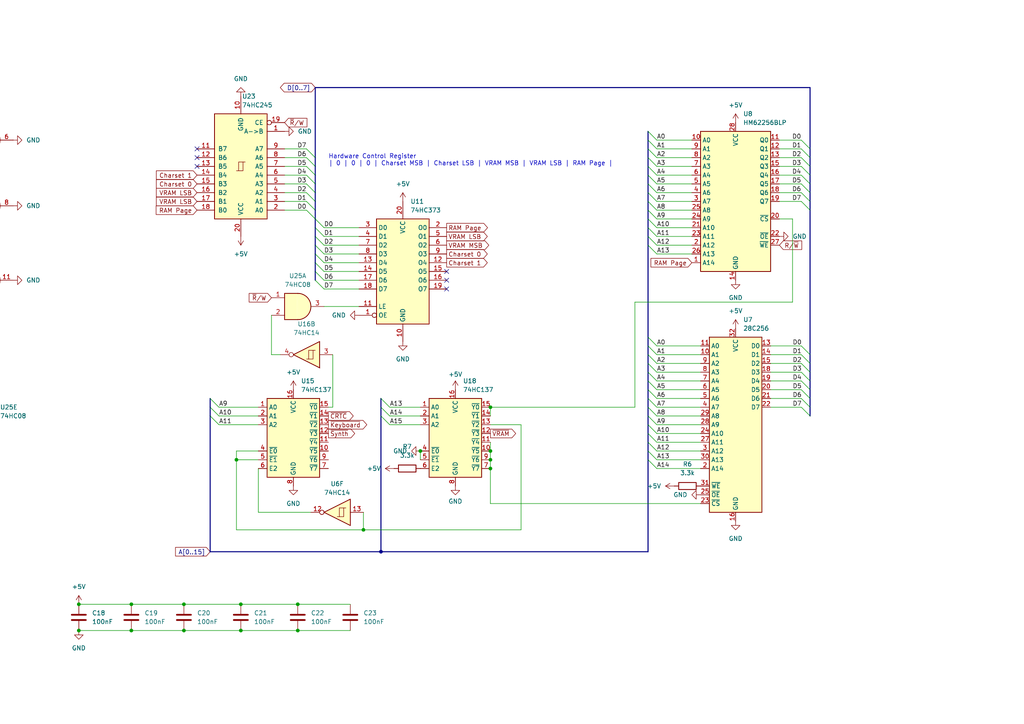
<source format=kicad_sch>
(kicad_sch (version 20231120) (generator "eeschema") (generator_version "8.0")
  (paper "A4")
  (title_block (title "ʕ·ᴥ·ʔ-memory"))
  (lib_symbols
    (symbol "74xx:74HC08"
      (property "Reference" "U" (at 0 1.27 0))
      (property "Value" "74HC08" (at 0 0 0))
      (symbol "74HC08_1_1"
        (polyline (pts (xy 1.27 3.81) (xy -2.54 3.81) (xy -2.54 -3.81) (xy 1.27 -3.81)) (stroke (width 0.254)) (fill (type background)))
        (arc (start 1.27 -3.81) (mid 5.0634 0) (end 1.27 3.81) (stroke (width 0.254)) (fill (type background)))
        (pin input line (at -6.35 2.54 0) (length 3.81) (name "~") (number "1"))
        (pin input line (at -6.35 -2.54 0) (length 3.81) (name "~") (number "2"))
        (pin output line (at 8.89 0 180) (length 3.81) (name "~") (number "3"))
      )
      (symbol "74HC08_2_1"
        (polyline (pts (xy 1.27 3.81) (xy -2.54 3.81) (xy -2.54 -3.81) (xy 1.27 -3.81)) (stroke (width 0.254)) (fill (type background)))
        (arc (start 1.27 -3.81) (mid 5.0634 0) (end 1.27 3.81) (stroke (width 0.254)) (fill (type background)))
        (pin input line (at -6.35 -2.54 0) (length 3.81) (name "~") (number "4"))
        (pin input line (at -6.35 2.54 0) (length 3.81) (name "~") (number "5"))
        (pin output line (at 8.89 0 180) (length 3.81) (name "~") (number "6"))
      )
      (symbol "74HC08_3_1"
        (polyline (pts (xy 1.27 3.81) (xy -2.54 3.81) (xy -2.54 -3.81) (xy 1.27 -3.81)) (stroke (width 0.254)) (fill (type background)))
        (arc (start 1.27 -3.81) (mid 5.0634 0) (end 1.27 3.81) (stroke (width 0.254)) (fill (type background)))
        (pin input line (at -6.35 2.54 0) (length 3.81) (name "~") (number "10"))
        (pin output line (at 8.89 0 180) (length 3.81) (name "~") (number "8"))
        (pin input line (at -6.35 -2.54 0) (length 3.81) (name "~") (number "9"))
      )
      (symbol "74HC08_4_1"
        (polyline (pts (xy 1.27 3.81) (xy -2.54 3.81) (xy -2.54 -3.81) (xy 1.27 -3.81)) (stroke (width 0.254)) (fill (type background)))
        (arc (start 1.27 -3.81) (mid 5.0634 0) (end 1.27 3.81) (stroke (width 0.254)) (fill (type background)))
        (pin output line (at 8.89 0 180) (length 3.81) (name "~") (number "11"))
        (pin input line (at -6.35 2.54 0) (length 3.81) (name "~") (number "12"))
        (pin input line (at -6.35 -2.54 0) (length 3.81) (name "~") (number "13"))
      )
      (symbol "74HC08_5_0"
        (pin power_in line (at 0 12.7 270) (length 5.08) (name "VCC") (number "14"))
        (pin power_in line (at 0 -12.7 90) (length 5.08) (name "GND") (number "7"))
      )
      (symbol "74HC08_5_1"
        (rectangle (start -5.08 7.62) (end 5.08 -7.62) (stroke (width 0.254)) (fill (type background)))
      )
    )
    (symbol "74xx:74HC138"
      (property "Reference" "U" (at -7.62 13.97 0))
      (property "Value" "74HC138" (at 2.54 -11.43 0))
      (symbol "74HC138_0_1"
        (rectangle (start -7.62 12.7) (end 7.62 -10.16) (stroke (width 0.254)) (fill (type background)))
      )
      (symbol "74HC138_1_1"
        (pin input line (at -10.16 10.16 0) (length 2.54) (name "A0") (number "1"))
        (pin output line (at 10.16 -2.54 180) (length 2.54) (name "~{Y5}") (number "10"))
        (pin output line (at 10.16 0 180) (length 2.54) (name "~{Y4}") (number "11"))
        (pin output line (at 10.16 2.54 180) (length 2.54) (name "~{Y3}") (number "12"))
        (pin output line (at 10.16 5.08 180) (length 2.54) (name "~{Y2}") (number "13"))
        (pin output line (at 10.16 7.62 180) (length 2.54) (name "~{Y1}") (number "14"))
        (pin output line (at 10.16 10.16 180) (length 2.54) (name "~{Y0}") (number "15"))
        (pin power_in line (at 0 15.24 270) (length 2.54) (name "VCC") (number "16"))
        (pin input line (at -10.16 7.62 0) (length 2.54) (name "A1") (number "2"))
        (pin input line (at -10.16 5.08 0) (length 2.54) (name "A2") (number "3"))
        (pin input line (at -10.16 -2.54 0) (length 2.54) (name "~{E0}") (number "4"))
        (pin input line (at -10.16 -5.08 0) (length 2.54) (name "~{E1}") (number "5"))
        (pin input line (at -10.16 -7.62 0) (length 2.54) (name "E2") (number "6"))
        (pin output line (at 10.16 -7.62 180) (length 2.54) (name "~{Y7}") (number "7"))
        (pin power_in line (at 0 -12.7 90) (length 2.54) (name "GND") (number "8"))
        (pin output line (at 10.16 -5.08 180) (length 2.54) (name "~{Y6}") (number "9"))
      )
    )
    (symbol "74xx:74HC14" (pin_names (offset 1.016))
      (property "Reference" "U" (at 0 1.27 0))
      (property "Value" "74HC14" (at 0 -1.27 0))
      (symbol "74HC14_1_0"
        (polyline (pts (xy -3.81 3.81) (xy -3.81 -3.81) (xy 3.81 0) (xy -3.81 3.81)) (stroke (width 0.254)) (fill (type background)))
        (pin input line (at -7.62 0 0) (length 3.81) (name "~") (number "1"))
        (pin output inverted (at 7.62 0 180) (length 3.81) (name "~") (number "2"))
      )
      (symbol "74HC14_1_1"
        (polyline (pts (xy -1.905 -1.27) (xy -1.905 1.27) (xy -0.635 1.27)))
        (polyline (pts (xy -2.54 -1.27) (xy -0.635 -1.27) (xy -0.635 1.27) (xy 0 1.27)))
      )
      (symbol "74HC14_2_0"
        (polyline (pts (xy -3.81 3.81) (xy -3.81 -3.81) (xy 3.81 0) (xy -3.81 3.81)) (stroke (width 0.254)) (fill (type background)))
        (pin input line (at -7.62 0 0) (length 3.81) (name "~") (number "3"))
        (pin output inverted (at 7.62 0 180) (length 3.81) (name "~") (number "4"))
      )
      (symbol "74HC14_2_1"
        (polyline (pts (xy -1.905 -1.27) (xy -1.905 1.27) (xy -0.635 1.27)))
        (polyline (pts (xy -2.54 -1.27) (xy -0.635 -1.27) (xy -0.635 1.27) (xy 0 1.27)))
      )
      (symbol "74HC14_3_0"
        (polyline (pts (xy -3.81 3.81) (xy -3.81 -3.81) (xy 3.81 0) (xy -3.81 3.81)) (stroke (width 0.254)) (fill (type background)))
        (pin input line (at -7.62 0 0) (length 3.81) (name "~") (number "5"))
        (pin output inverted (at 7.62 0 180) (length 3.81) (name "~") (number "6"))
      )
      (symbol "74HC14_3_1"
        (polyline (pts (xy -1.905 -1.27) (xy -1.905 1.27) (xy -0.635 1.27)))
        (polyline (pts (xy -2.54 -1.27) (xy -0.635 -1.27) (xy -0.635 1.27) (xy 0 1.27)))
      )
      (symbol "74HC14_4_0"
        (polyline (pts (xy -3.81 3.81) (xy -3.81 -3.81) (xy 3.81 0) (xy -3.81 3.81)) (stroke (width 0.254)) (fill (type background)))
        (pin output inverted (at 7.62 0 180) (length 3.81) (name "~") (number "8"))
        (pin input line (at -7.62 0 0) (length 3.81) (name "~") (number "9"))
      )
      (symbol "74HC14_4_1"
        (polyline (pts (xy -1.905 -1.27) (xy -1.905 1.27) (xy -0.635 1.27)))
        (polyline (pts (xy -2.54 -1.27) (xy -0.635 -1.27) (xy -0.635 1.27) (xy 0 1.27)))
      )
      (symbol "74HC14_5_0"
        (polyline (pts (xy -3.81 3.81) (xy -3.81 -3.81) (xy 3.81 0) (xy -3.81 3.81)) (stroke (width 0.254)) (fill (type background)))
        (pin output inverted (at 7.62 0 180) (length 3.81) (name "~") (number "10"))
        (pin input line (at -7.62 0 0) (length 3.81) (name "~") (number "11"))
      )
      (symbol "74HC14_5_1"
        (polyline (pts (xy -1.905 -1.27) (xy -1.905 1.27) (xy -0.635 1.27)))
        (polyline (pts (xy -2.54 -1.27) (xy -0.635 -1.27) (xy -0.635 1.27) (xy 0 1.27)))
      )
      (symbol "74HC14_6_0"
        (polyline (pts (xy -3.81 3.81) (xy -3.81 -3.81) (xy 3.81 0) (xy -3.81 3.81)) (stroke (width 0.254)) (fill (type background)))
        (pin output inverted (at 7.62 0 180) (length 3.81) (name "~") (number "12"))
        (pin input line (at -7.62 0 0) (length 3.81) (name "~") (number "13"))
      )
      (symbol "74HC14_6_1"
        (polyline (pts (xy -1.905 -1.27) (xy -1.905 1.27) (xy -0.635 1.27)))
        (polyline (pts (xy -2.54 -1.27) (xy -0.635 -1.27) (xy -0.635 1.27) (xy 0 1.27)))
      )
      (symbol "74HC14_7_0"
        (pin power_in line (at 0 12.7 270) (length 5.08) (name "VCC") (number "14"))
        (pin power_in line (at 0 -12.7 90) (length 5.08) (name "GND") (number "7"))
      )
      (symbol "74HC14_7_1"
        (rectangle (start -5.08 7.62) (end 5.08 -7.62) (stroke (width 0.254)) (fill (type background)))
      )
    )
    (symbol "74xx:74HC245" (pin_names (offset 1.016))
      (property "Reference" "U" (at -7.62 16.51 0))
      (property "Value" "74HC245" (at -7.62 -16.51 0))
      (symbol "74HC245_1_0"
        (polyline (pts (xy -0.635 -1.27) (xy -0.635 1.27) (xy 0.635 1.27)))
        (polyline (pts (xy -1.27 -1.27) (xy 0.635 -1.27) (xy 0.635 1.27) (xy 1.27 1.27)))
        (pin input line (at -12.7 -10.16 0) (length 5.08) (name "A->B") (number "1"))
        (pin power_in line (at 0 -20.32 90) (length 5.08) (name "GND") (number "10"))
        (pin tri_state line (at 12.7 -5.08 180) (length 5.08) (name "B7") (number "11"))
        (pin tri_state line (at 12.7 -2.54 180) (length 5.08) (name "B6") (number "12"))
        (pin tri_state line (at 12.7 0 180) (length 5.08) (name "B5") (number "13"))
        (pin tri_state line (at 12.7 2.54 180) (length 5.08) (name "B4") (number "14"))
        (pin tri_state line (at 12.7 5.08 180) (length 5.08) (name "B3") (number "15"))
        (pin tri_state line (at 12.7 7.62 180) (length 5.08) (name "B2") (number "16"))
        (pin tri_state line (at 12.7 10.16 180) (length 5.08) (name "B1") (number "17"))
        (pin tri_state line (at 12.7 12.7 180) (length 5.08) (name "B0") (number "18"))
        (pin input inverted (at -12.7 -12.7 0) (length 5.08) (name "CE") (number "19"))
        (pin tri_state line (at -12.7 12.7 0) (length 5.08) (name "A0") (number "2"))
        (pin power_in line (at 0 20.32 270) (length 5.08) (name "VCC") (number "20"))
        (pin tri_state line (at -12.7 10.16 0) (length 5.08) (name "A1") (number "3"))
        (pin tri_state line (at -12.7 7.62 0) (length 5.08) (name "A2") (number "4"))
        (pin tri_state line (at -12.7 5.08 0) (length 5.08) (name "A3") (number "5"))
        (pin tri_state line (at -12.7 2.54 0) (length 5.08) (name "A4") (number "6"))
        (pin tri_state line (at -12.7 0 0) (length 5.08) (name "A5") (number "7"))
        (pin tri_state line (at -12.7 -2.54 0) (length 5.08) (name "A6") (number "8"))
        (pin tri_state line (at -12.7 -5.08 0) (length 5.08) (name "A7") (number "9"))
      )
      (symbol "74HC245_1_1"
        (rectangle (start -7.62 15.24) (end 7.62 -15.24) (stroke (width 0.254)) (fill (type background)))
      )
    )
    (symbol "74xx:74HC373"
      (property "Reference" "U" (at -7.62 16.51 0))
      (property "Value" "74HC373" (at -7.62 -16.51 0))
      (symbol "74HC373_1_0"
        (pin input inverted (at -12.7 -12.7 0) (length 5.08) (name "OE") (number "1"))
        (pin power_in line (at 0 -20.32 90) (length 5.08) (name "GND") (number "10"))
        (pin input line (at -12.7 -10.16 0) (length 5.08) (name "LE") (number "11"))
        (pin tri_state line (at 12.7 2.54 180) (length 5.08) (name "O4") (number "12"))
        (pin input line (at -12.7 2.54 0) (length 5.08) (name "D4") (number "13"))
        (pin input line (at -12.7 0 0) (length 5.08) (name "D5") (number "14"))
        (pin tri_state line (at 12.7 0 180) (length 5.08) (name "O5") (number "15"))
        (pin tri_state line (at 12.7 -2.54 180) (length 5.08) (name "O6") (number "16"))
        (pin input line (at -12.7 -2.54 0) (length 5.08) (name "D6") (number "17"))
        (pin input line (at -12.7 -5.08 0) (length 5.08) (name "D7") (number "18"))
        (pin tri_state line (at 12.7 -5.08 180) (length 5.08) (name "O7") (number "19"))
        (pin tri_state line (at 12.7 12.7 180) (length 5.08) (name "O0") (number "2"))
        (pin power_in line (at 0 20.32 270) (length 5.08) (name "VCC") (number "20"))
        (pin input line (at -12.7 12.7 0) (length 5.08) (name "D0") (number "3"))
        (pin input line (at -12.7 10.16 0) (length 5.08) (name "D1") (number "4"))
        (pin tri_state line (at 12.7 10.16 180) (length 5.08) (name "O1") (number "5"))
        (pin tri_state line (at 12.7 7.62 180) (length 5.08) (name "O2") (number "6"))
        (pin input line (at -12.7 7.62 0) (length 5.08) (name "D2") (number "7"))
        (pin input line (at -12.7 5.08 0) (length 5.08) (name "D3") (number "8"))
        (pin tri_state line (at 12.7 5.08 180) (length 5.08) (name "O3") (number "9"))
      )
      (symbol "74HC373_1_1"
        (rectangle (start -7.62 15.24) (end 7.62 -15.24) (stroke (width 0.254)) (fill (type background)))
      )
    )
    (symbol "Device:C" (pin_numbers hide) (pin_names (offset 0.254))
      (property "Reference" "C" (at 0.635 2.54 0))
      (property "Value" "C" (at 0.635 -2.54 0))
      (symbol "C_0_1"
        (polyline (pts (xy -2.032 -0.762) (xy 2.032 -0.762)) (stroke (width 0.508)))
        (polyline (pts (xy -2.032 0.762) (xy 2.032 0.762)) (stroke (width 0.508)))
      )
      (symbol "C_1_1"
        (pin passive line (at 0 3.81 270) (length 2.794) (name "~") (number "1"))
        (pin passive line (at 0 -3.81 90) (length 2.794) (name "~") (number "2"))
      )
    )
    (symbol "GND_1" (power) (pin_numbers hide) (pin_names (offset 0) hide)
      (property "Value" "GND" (at 0 -3.81 0))
      (symbol "GND_1_0_1"
        (polyline (pts (xy 0 0) (xy 0 -1.27) (xy 1.27 -1.27) (xy 0 -2.54) (xy -1.27 -1.27) (xy 0 -1.27)))
      )
      (symbol "GND_1_1_1"
        (pin power_in line (at 0 0 270) (length 0) (name "~") (number "1"))
      )
    )
    (symbol "Memory_EEPROM:28C256lcc"
      (property "Reference" "U3" (at 2.1941 30.48 0))
      (property "Value" "28C256" (at 2.1941 27.94 0))
      (symbol "28C256lcc_1_1"
        (rectangle (start -7.62 25.4) (end 7.62 -25.4) (stroke (width 0.254)) (fill (type background)))
        (pin input line (at -10.16 20.32 0) (length 2.54) (name "A1") (number "10"))
        (pin input line (at -10.16 22.86 0) (length 2.54) (name "A0") (number "11"))
        (pin tri_state line (at 10.16 22.86 180) (length 2.54) (name "D0") (number "13"))
        (pin tri_state line (at 10.16 20.32 180) (length 2.54) (name "D1") (number "14"))
        (pin tri_state line (at 10.16 17.78 180) (length 2.54) (name "D2") (number "15"))
        (pin power_in line (at 0 -27.94 90) (length 2.54) (name "GND") (number "16"))
        (pin tri_state line (at 10.16 15.24 180) (length 2.54) (name "D3") (number "18"))
        (pin tri_state line (at 10.16 12.7 180) (length 2.54) (name "D4") (number "19"))
        (pin input line (at -10.16 -12.7 0) (length 2.54) (name "A14") (number "2"))
        (pin tri_state line (at 10.16 10.16 180) (length 2.54) (name "D5") (number "20"))
        (pin tri_state line (at 10.16 7.62 180) (length 2.54) (name "D6") (number "21"))
        (pin tri_state line (at 10.16 5.08 180) (length 2.54) (name "D7") (number "22"))
        (pin input line (at -10.16 -22.86 0) (length 2.54) (name "~{CS}") (number "23"))
        (pin input line (at -10.16 -2.54 0) (length 2.54) (name "A10") (number "24"))
        (pin input line (at -10.16 -20.32 0) (length 2.54) (name "~{OE}") (number "25"))
        (pin input line (at -10.16 -5.08 0) (length 2.54) (name "A11") (number "27"))
        (pin input line (at -10.16 0 0) (length 2.54) (name "A9") (number "28"))
        (pin input line (at -10.16 2.54 0) (length 2.54) (name "A8") (number "29"))
        (pin input line (at -10.16 -7.62 0) (length 2.54) (name "A12") (number "3"))
        (pin input line (at -10.16 -10.16 0) (length 2.54) (name "A13") (number "30"))
        (pin input line (at -10.16 -17.78 0) (length 2.54) (name "~{WE}") (number "31"))
        (pin power_in line (at 0 27.94 270) (length 2.54) (name "VCC") (number "32"))
        (pin input line (at -10.16 5.08 0) (length 2.54) (name "A7") (number "4"))
        (pin input line (at -10.16 7.62 0) (length 2.54) (name "A6") (number "5"))
        (pin input line (at -10.16 10.16 0) (length 2.54) (name "A5") (number "6"))
        (pin input line (at -10.16 12.7 0) (length 2.54) (name "A4") (number "7"))
        (pin input line (at -10.16 15.24 0) (length 2.54) (name "A3") (number "8"))
        (pin input line (at -10.16 17.78 0) (length 2.54) (name "A2") (number "9"))
      )
    )
    (symbol "Memory_RAM:HM62256BLP"
      (property "Reference" "U" (at -10.16 20.955 0))
      (property "Value" "HM62256BLP" (at 2.54 20.955 0))
      (symbol "HM62256BLP_0_0"
        (pin power_in line (at 0 -22.86 90) (length 2.54) (name "GND") (number "14"))
        (pin power_in line (at 0 22.86 270) (length 2.54) (name "VCC") (number "28"))
      )
      (symbol "HM62256BLP_0_1"
        (rectangle (start -10.16 20.32) (end 10.16 -20.32) (stroke (width 0.254)) (fill (type background)))
      )
      (symbol "HM62256BLP_1_1"
        (pin input line (at -12.7 -17.78 0) (length 2.54) (name "A14") (number "1"))
        (pin input line (at -12.7 17.78 0) (length 2.54) (name "A0") (number "10"))
        (pin tri_state line (at 12.7 17.78 180) (length 2.54) (name "Q0") (number "11"))
        (pin tri_state line (at 12.7 15.24 180) (length 2.54) (name "Q1") (number "12"))
        (pin tri_state line (at 12.7 12.7 180) (length 2.54) (name "Q2") (number "13"))
        (pin tri_state line (at 12.7 10.16 180) (length 2.54) (name "Q3") (number "15"))
        (pin tri_state line (at 12.7 7.62 180) (length 2.54) (name "Q4") (number "16"))
        (pin tri_state line (at 12.7 5.08 180) (length 2.54) (name "Q5") (number "17"))
        (pin tri_state line (at 12.7 2.54 180) (length 2.54) (name "Q6") (number "18"))
        (pin tri_state line (at 12.7 0 180) (length 2.54) (name "Q7") (number "19"))
        (pin input line (at -12.7 -12.7 0) (length 2.54) (name "A12") (number "2"))
        (pin input line (at 12.7 -5.08 180) (length 2.54) (name "~{CS}") (number "20"))
        (pin input line (at -12.7 -7.62 0) (length 2.54) (name "A10") (number "21"))
        (pin input line (at 12.7 -10.16 180) (length 2.54) (name "~{OE}") (number "22"))
        (pin input line (at -12.7 -10.16 0) (length 2.54) (name "A11") (number "23"))
        (pin input line (at -12.7 -5.08 0) (length 2.54) (name "A9") (number "24"))
        (pin input line (at -12.7 -2.54 0) (length 2.54) (name "A8") (number "25"))
        (pin input line (at -12.7 -15.24 0) (length 2.54) (name "A13") (number "26"))
        (pin input line (at 12.7 -12.7 180) (length 2.54) (name "~{WE}") (number "27"))
        (pin input line (at -12.7 0 0) (length 2.54) (name "A7") (number "3"))
        (pin input line (at -12.7 2.54 0) (length 2.54) (name "A6") (number "4"))
        (pin input line (at -12.7 5.08 0) (length 2.54) (name "A5") (number "5"))
        (pin input line (at -12.7 7.62 0) (length 2.54) (name "A4") (number "6"))
        (pin input line (at -12.7 10.16 0) (length 2.54) (name "A3") (number "7"))
        (pin input line (at -12.7 12.7 0) (length 2.54) (name "A2") (number "8"))
        (pin input line (at -12.7 15.24 0) (length 2.54) (name "A1") (number "9"))
      )
    )
    (symbol "kitty:R" (pin_numbers hide) (pin_names (offset 0))
      (property "Reference" "R" (at 2.032 0 90))
      (property "Value" "R" (at 0 0 90))
      (symbol "R_0_1"
        (rectangle (start -1.016 -2.54) (end 1.016 2.54) (stroke (width 0.254)))
      )
      (symbol "R_1_1"
        (pin passive line (at 0 3.81 270) (length 1.27) (name "~") (number "1"))
        (pin passive line (at 0 -3.81 90) (length 1.27) (name "~") (number "2"))
      )
    )
    (symbol "power:+5V" (power) (pin_names (offset 0))
      (property "Value" "+5V" (at 0 3.556 0))
      (symbol "+5V_0_1"
        (polyline (pts (xy -0.762 1.27) (xy 0 2.54)))
        (polyline (pts (xy 0 0) (xy 0 2.54)))
        (polyline (pts (xy 0 2.54) (xy 0.762 1.27)))
      )
      (symbol "+5V_1_1"
        (pin power_in line (at 0 0 90) (length 0) hide (name "+5V") (number "1"))
      )
    )
    (symbol "power:GND" (power) (pin_names (offset 0))
      (property "Value" "GND" (at 0 -3.81 0))
      (symbol "GND_0_1"
        (polyline (pts (xy 0 0) (xy 0 -1.27) (xy 1.27 -1.27) (xy 0 -2.54) (xy -1.27 -1.27) (xy 0 -1.27)))
      )
      (symbol "GND_1_1"
        (pin power_in line (at 0 0 270) (length 0) hide (name "GND") (number "1"))
      )
    )
  )
  (junction (at 53.34 175.26))
  (junction (at 68.58 133.35))
  (junction (at 22.86 175.26))
  (junction (at 53.34 182.88))
  (junction (at 38.1 175.26))
  (junction (at 22.86 182.88))
  (junction (at 69.85 175.26))
  (junction (at 86.36 182.88))
  (junction (at 86.36 175.26))
  (junction (at 69.85 182.88))
  (junction (at 142.24 118.11))
  (junction (at 105.41 153.67))
  (junction (at 142.24 130.81))
  (junction (at 110.49 160.02))
  (junction (at 142.24 133.35))
  (junction (at 142.24 135.89))
  (junction (at 121.92 130.81))
  (junction (at 38.1 182.88))
  (no_connect (at 129.54 83.82))
  (no_connect (at 57.15 48.26))
  (no_connect (at 57.15 45.72))
  (no_connect (at 129.54 81.28))
  (no_connect (at 57.15 43.18))
  (no_connect (at 129.54 78.74))
  (bus_entry (at 91.44 73.66) (size 2.54 2.54))
  (bus_entry (at 110.49 115.57) (size 2.54 2.54))
  (bus_entry (at 60.96 120.65) (size 2.54 2.54))
  (bus_entry (at 91.44 71.12) (size 2.54 2.54))
  (bus_entry (at 187.96 71.12) (size 2.54 2.54))
  (bus_entry (at 88.9 53.34) (size 2.54 2.54))
  (bus_entry (at 187.96 63.5) (size 2.54 2.54))
  (bus_entry (at 187.96 50.8) (size 2.54 2.54))
  (bus_entry (at 91.44 66.04) (size 2.54 2.54))
  (bus_entry (at 232.41 105.41) (size 2.54 2.54))
  (bus_entry (at 232.41 113.03) (size 2.54 2.54))
  (bus_entry (at 91.44 81.28) (size 2.54 2.54))
  (bus_entry (at 110.49 120.65) (size 2.54 2.54))
  (bus_entry (at 187.96 66.04) (size 2.54 2.54))
  (bus_entry (at 187.96 55.88) (size 2.54 2.54))
  (bus_entry (at 187.96 45.72) (size 2.54 2.54))
  (bus_entry (at 88.9 43.18) (size 2.54 2.54))
  (bus_entry (at 232.41 110.49) (size 2.54 2.54))
  (bus_entry (at 187.96 48.26) (size 2.54 2.54))
  (bus_entry (at 232.41 102.87) (size 2.54 2.54))
  (bus_entry (at 88.9 50.8) (size 2.54 2.54))
  (bus_entry (at 60.96 118.11) (size 2.54 2.54))
  (bus_entry (at 232.41 50.8) (size 2.54 2.54))
  (bus_entry (at 187.96 120.65) (size 2.54 2.54))
  (bus_entry (at 232.41 107.95) (size 2.54 2.54))
  (bus_entry (at 232.41 48.26) (size 2.54 2.54))
  (bus_entry (at 187.96 115.57) (size 2.54 2.54))
  (bus_entry (at 187.96 107.95) (size 2.54 2.54))
  (bus_entry (at 187.96 110.49) (size 2.54 2.54))
  (bus_entry (at 91.44 76.2) (size 2.54 2.54))
  (bus_entry (at 187.96 123.19) (size 2.54 2.54))
  (bus_entry (at 187.96 113.03) (size 2.54 2.54))
  (bus_entry (at 187.96 130.81) (size 2.54 2.54))
  (bus_entry (at 187.96 40.64) (size 2.54 2.54))
  (bus_entry (at 187.96 60.96) (size 2.54 2.54))
  (bus_entry (at 232.41 100.33) (size 2.54 2.54))
  (bus_entry (at 187.96 97.79) (size 2.54 2.54))
  (bus_entry (at 232.41 53.34) (size 2.54 2.54))
  (bus_entry (at 187.96 100.33) (size 2.54 2.54))
  (bus_entry (at 232.41 40.64) (size 2.54 2.54))
  (bus_entry (at 232.41 58.42) (size 2.54 2.54))
  (bus_entry (at 110.49 118.11) (size 2.54 2.54))
  (bus_entry (at 187.96 102.87) (size 2.54 2.54))
  (bus_entry (at 187.96 58.42) (size 2.54 2.54))
  (bus_entry (at 187.96 118.11) (size 2.54 2.54))
  (bus_entry (at 91.44 68.58) (size 2.54 2.54))
  (bus_entry (at 187.96 128.27) (size 2.54 2.54))
  (bus_entry (at 187.96 125.73) (size 2.54 2.54))
  (bus_entry (at 232.41 55.88) (size 2.54 2.54))
  (bus_entry (at 232.41 43.18) (size 2.54 2.54))
  (bus_entry (at 232.41 115.57) (size 2.54 2.54))
  (bus_entry (at 187.96 43.18) (size 2.54 2.54))
  (bus_entry (at 91.44 78.74) (size 2.54 2.54))
  (bus_entry (at 91.44 63.5) (size 2.54 2.54))
  (bus_entry (at 60.96 115.57) (size 2.54 2.54))
  (bus_entry (at 88.9 58.42) (size 2.54 2.54))
  (bus_entry (at 232.41 118.11) (size 2.54 2.54))
  (bus_entry (at 187.96 105.41) (size 2.54 2.54))
  (bus_entry (at 187.96 38.1) (size 2.54 2.54))
  (bus_entry (at 232.41 45.72) (size 2.54 2.54))
  (bus_entry (at 88.9 48.26) (size 2.54 2.54))
  (bus_entry (at 88.9 55.88) (size 2.54 2.54))
  (bus_entry (at 187.96 53.34) (size 2.54 2.54))
  (bus_entry (at 187.96 133.35) (size 2.54 2.54))
  (bus_entry (at 88.9 45.72) (size 2.54 2.54))
  (bus_entry (at 187.96 68.58) (size 2.54 2.54))
  (bus_entry (at 88.9 60.96) (size 2.54 2.54))
  (wire (pts (xy 223.52 107.95) (xy 232.41 107.95)))
  (wire (pts (xy 82.55 53.34) (xy 88.9 53.34)))
  (wire (pts (xy 63.5 120.65) (xy 74.93 120.65)))
  (wire (pts (xy 190.5 48.26) (xy 200.66 48.26)))
  (bus (pts (xy 187.96 102.87) (xy 187.96 105.41)))
  (wire (pts (xy 229.87 63.5) (xy 226.06 63.5)))
  (bus (pts (xy 187.96 63.5) (xy 187.96 66.04)))
  (bus (pts (xy 187.96 105.41) (xy 187.96 107.95)))
  (bus (pts (xy 91.44 71.12) (xy 91.44 73.66)))
  (bus (pts (xy 187.96 115.57) (xy 187.96 118.11)))
  (wire (pts (xy 226.06 50.8) (xy 232.41 50.8)))
  (wire (pts (xy 22.86 175.26) (xy 38.1 175.26)))
  (bus (pts (xy 187.96 100.33) (xy 187.96 102.87)))
  (wire (pts (xy 105.41 153.67) (xy 151.13 153.67)))
  (bus (pts (xy 187.96 40.64) (xy 187.96 43.18)))
  (wire (pts (xy 82.55 60.96) (xy 88.9 60.96)))
  (bus (pts (xy 187.96 60.96) (xy 187.96 63.5)))
  (wire (pts (xy 223.52 115.57) (xy 232.41 115.57)))
  (wire (pts (xy 223.52 105.41) (xy 232.41 105.41)))
  (wire (pts (xy 86.36 182.88) (xy 101.6 182.88)))
  (bus (pts (xy 91.44 25.4) (xy 91.44 45.72)))
  (bus (pts (xy 234.95 102.87) (xy 234.95 105.41)))
  (bus (pts (xy 187.96 55.88) (xy 187.96 58.42)))
  (bus (pts (xy 91.44 45.72) (xy 91.44 48.26)))
  (wire (pts (xy 22.86 182.88) (xy 38.1 182.88)))
  (bus (pts (xy 187.96 38.1) (xy 187.96 40.64)))
  (wire (pts (xy 121.92 130.81) (xy 121.92 133.35)))
  (bus (pts (xy 187.96 68.58) (xy 187.96 71.12)))
  (bus (pts (xy 187.96 45.72) (xy 187.96 48.26)))
  (bus (pts (xy 234.95 48.26) (xy 234.95 50.8)))
  (wire (pts (xy 142.24 146.05) (xy 203.2 146.05)))
  (wire (pts (xy 82.55 50.8) (xy 88.9 50.8)))
  (bus (pts (xy 234.95 53.34) (xy 234.95 55.88)))
  (wire (pts (xy 82.55 45.72) (xy 88.9 45.72)))
  (wire (pts (xy 190.5 66.04) (xy 200.66 66.04)))
  (wire (pts (xy 190.5 120.65) (xy 203.2 120.65)))
  (bus (pts (xy 91.44 58.42) (xy 91.44 60.96)))
  (wire (pts (xy 226.06 43.18) (xy 232.41 43.18)))
  (bus (pts (xy 187.96 110.49) (xy 187.96 113.03)))
  (wire (pts (xy 190.5 107.95) (xy 203.2 107.95)))
  (wire (pts (xy 226.06 40.64) (xy 232.41 40.64)))
  (wire (pts (xy 190.5 130.81) (xy 203.2 130.81)))
  (wire (pts (xy 68.58 130.81) (xy 68.58 133.35)))
  (wire (pts (xy 190.5 128.27) (xy 203.2 128.27)))
  (wire (pts (xy 82.55 48.26) (xy 88.9 48.26)))
  (wire (pts (xy 190.5 50.8) (xy 200.66 50.8)))
  (wire (pts (xy 190.5 55.88) (xy 200.66 55.88)))
  (bus (pts (xy 110.49 160.02) (xy 187.96 160.02)))
  (bus (pts (xy 234.95 105.41) (xy 234.95 107.95)))
  (wire (pts (xy 96.52 102.87) (xy 96.52 118.11)))
  (bus (pts (xy 187.96 125.73) (xy 187.96 128.27)))
  (wire (pts (xy 190.5 45.72) (xy 200.66 45.72)))
  (wire (pts (xy 190.5 100.33) (xy 203.2 100.33)))
  (bus (pts (xy 91.44 76.2) (xy 91.44 78.74)))
  (wire (pts (xy 151.13 123.19) (xy 151.13 153.67)))
  (wire (pts (xy 113.03 118.11) (xy 121.92 118.11)))
  (wire (pts (xy 63.5 118.11) (xy 74.93 118.11)))
  (wire (pts (xy 69.85 175.26) (xy 86.36 175.26)))
  (bus (pts (xy 110.49 120.65) (xy 110.49 160.02)))
  (wire (pts (xy 93.98 73.66) (xy 104.14 73.66)))
  (wire (pts (xy 93.98 68.58) (xy 104.14 68.58)))
  (wire (pts (xy 190.5 125.73) (xy 203.2 125.73)))
  (wire (pts (xy 190.5 43.18) (xy 200.66 43.18)))
  (wire (pts (xy 190.5 63.5) (xy 200.66 63.5)))
  (wire (pts (xy 63.5 123.19) (xy 74.93 123.19)))
  (bus (pts (xy 234.95 110.49) (xy 234.95 113.03)))
  (wire (pts (xy 82.55 43.18) (xy 88.9 43.18)))
  (wire (pts (xy 68.58 130.81) (xy 74.93 130.81)))
  (bus (pts (xy 234.95 50.8) (xy 234.95 53.34)))
  (bus (pts (xy 234.95 115.57) (xy 234.95 118.11)))
  (bus (pts (xy 187.96 118.11) (xy 187.96 120.65)))
  (bus (pts (xy 60.96 118.11) (xy 60.96 120.65)))
  (wire (pts (xy 190.5 68.58) (xy 200.66 68.58)))
  (bus (pts (xy 234.95 45.72) (xy 234.95 48.26)))
  (bus (pts (xy 187.96 48.26) (xy 187.96 50.8)))
  (wire (pts (xy 93.98 71.12) (xy 104.14 71.12)))
  (wire (pts (xy 190.5 135.89) (xy 203.2 135.89)))
  (bus (pts (xy 187.96 66.04) (xy 187.96 68.58)))
  (wire (pts (xy 93.98 81.28) (xy 104.14 81.28)))
  (wire (pts (xy 142.24 128.27) (xy 142.24 130.81)))
  (bus (pts (xy 234.95 55.88) (xy 234.95 58.42)))
  (bus (pts (xy 187.96 113.03) (xy 187.96 115.57)))
  (wire (pts (xy 190.5 53.34) (xy 200.66 53.34)))
  (wire (pts (xy 93.98 83.82) (xy 104.14 83.82)))
  (wire (pts (xy 113.03 120.65) (xy 121.92 120.65)))
  (wire (pts (xy 223.52 102.87) (xy 232.41 102.87)))
  (bus (pts (xy 187.96 53.34) (xy 187.96 55.88)))
  (bus (pts (xy 234.95 113.03) (xy 234.95 115.57)))
  (wire (pts (xy 78.74 102.87) (xy 81.28 102.87)))
  (wire (pts (xy 53.34 182.88) (xy 69.85 182.88)))
  (wire (pts (xy 74.93 133.35) (xy 68.58 133.35)))
  (wire (pts (xy 190.5 73.66) (xy 200.66 73.66)))
  (bus (pts (xy 187.96 120.65) (xy 187.96 123.19)))
  (wire (pts (xy 82.55 55.88) (xy 88.9 55.88)))
  (bus (pts (xy 91.44 53.34) (xy 91.44 55.88)))
  (wire (pts (xy 223.52 118.11) (xy 232.41 118.11)))
  (wire (pts (xy 190.5 123.19) (xy 203.2 123.19)))
  (wire (pts (xy 95.25 118.11) (xy 96.52 118.11)))
  (bus (pts (xy 234.95 118.11) (xy 234.95 120.65)))
  (wire (pts (xy 78.74 91.44) (xy 78.74 102.87)))
  (bus (pts (xy 91.44 66.04) (xy 91.44 68.58)))
  (wire (pts (xy 142.24 130.81) (xy 142.24 133.35)))
  (wire (pts (xy 190.5 115.57) (xy 203.2 115.57)))
  (bus (pts (xy 110.49 115.57) (xy 110.49 118.11)))
  (wire (pts (xy 226.06 45.72) (xy 232.41 45.72)))
  (bus (pts (xy 110.49 160.02) (xy 60.96 160.02)))
  (wire (pts (xy 142.24 118.11) (xy 184.15 118.11)))
  (wire (pts (xy 113.03 123.19) (xy 121.92 123.19)))
  (wire (pts (xy 86.36 175.26) (xy 101.6 175.26)))
  (bus (pts (xy 187.96 123.19) (xy 187.96 125.73)))
  (bus (pts (xy 234.95 107.95) (xy 234.95 110.49)))
  (wire (pts (xy 190.5 40.64) (xy 200.66 40.64)))
  (bus (pts (xy 91.44 48.26) (xy 91.44 50.8)))
  (wire (pts (xy 142.24 118.11) (xy 142.24 120.65)))
  (bus (pts (xy 91.44 68.58) (xy 91.44 71.12)))
  (wire (pts (xy 190.5 58.42) (xy 200.66 58.42)))
  (wire (pts (xy 190.5 102.87) (xy 203.2 102.87)))
  (wire (pts (xy 226.06 58.42) (xy 232.41 58.42)))
  (bus (pts (xy 187.96 43.18) (xy 187.96 45.72)))
  (wire (pts (xy 226.06 48.26) (xy 232.41 48.26)))
  (wire (pts (xy 190.5 113.03) (xy 203.2 113.03)))
  (bus (pts (xy 91.44 25.4) (xy 234.95 25.4)))
  (bus (pts (xy 91.44 50.8) (xy 91.44 53.34)))
  (wire (pts (xy 223.52 113.03) (xy 232.41 113.03)))
  (bus (pts (xy 91.44 55.88) (xy 91.44 58.42)))
  (wire (pts (xy 105.41 148.59) (xy 105.41 153.67)))
  (wire (pts (xy 69.85 182.88) (xy 86.36 182.88)))
  (wire (pts (xy 142.24 135.89) (xy 142.24 146.05)))
  (wire (pts (xy 184.15 87.63) (xy 229.87 87.63)))
  (wire (pts (xy 190.5 105.41) (xy 203.2 105.41)))
  (wire (pts (xy 38.1 182.88) (xy 53.34 182.88)))
  (bus (pts (xy 91.44 73.66) (xy 91.44 76.2)))
  (bus (pts (xy 187.96 50.8) (xy 187.96 53.34)))
  (wire (pts (xy 226.06 55.88) (xy 232.41 55.88)))
  (bus (pts (xy 234.95 43.18) (xy 234.95 45.72)))
  (wire (pts (xy 82.55 58.42) (xy 88.9 58.42)))
  (wire (pts (xy 190.5 118.11) (xy 203.2 118.11)))
  (bus (pts (xy 187.96 71.12) (xy 187.96 97.79)))
  (wire (pts (xy 190.5 60.96) (xy 200.66 60.96)))
  (bus (pts (xy 187.96 128.27) (xy 187.96 130.81)))
  (wire (pts (xy 93.98 88.9) (xy 104.14 88.9)))
  (wire (pts (xy 142.24 123.19) (xy 151.13 123.19)))
  (bus (pts (xy 234.95 25.4) (xy 234.95 43.18)))
  (wire (pts (xy 223.52 110.49) (xy 232.41 110.49)))
  (wire (pts (xy 68.58 133.35) (xy 68.58 153.67)))
  (wire (pts (xy 226.06 53.34) (xy 232.41 53.34)))
  (wire (pts (xy 190.5 71.12) (xy 200.66 71.12)))
  (wire (pts (xy 93.98 66.04) (xy 104.14 66.04)))
  (wire (pts (xy 68.58 153.67) (xy 105.41 153.67)))
  (bus (pts (xy 91.44 78.74) (xy 91.44 81.28)))
  (wire (pts (xy 74.93 148.59) (xy 90.17 148.59)))
  (bus (pts (xy 187.96 133.35) (xy 187.96 160.02)))
  (bus (pts (xy 60.96 115.57) (xy 60.96 118.11)))
  (wire (pts (xy 53.34 175.26) (xy 69.85 175.26)))
  (bus (pts (xy 187.96 97.79) (xy 187.96 100.33)))
  (wire (pts (xy 184.15 87.63) (xy 184.15 118.11)))
  (wire (pts (xy 190.5 133.35) (xy 203.2 133.35)))
  (wire (pts (xy 190.5 110.49) (xy 203.2 110.49)))
  (wire (pts (xy 229.87 63.5) (xy 229.87 87.63)))
  (bus (pts (xy 187.96 107.95) (xy 187.96 110.49)))
  (bus (pts (xy 234.95 60.96) (xy 234.95 102.87)))
  (wire (pts (xy 93.98 78.74) (xy 104.14 78.74)))
  (bus (pts (xy 187.96 58.42) (xy 187.96 60.96)))
  (bus (pts (xy 91.44 60.96) (xy 91.44 63.5)))
  (bus (pts (xy 91.44 63.5) (xy 91.44 66.04)))
  (wire (pts (xy 223.52 100.33) (xy 232.41 100.33)))
  (wire (pts (xy 74.93 135.89) (xy 74.93 148.59)))
  (wire (pts (xy 93.98 76.2) (xy 104.14 76.2)))
  (wire (pts (xy 38.1 175.26) (xy 53.34 175.26)))
  (bus (pts (xy 110.49 118.11) (xy 110.49 120.65)))
  (bus (pts (xy 60.96 120.65) (xy 60.96 160.02)))
  (wire (pts (xy 142.24 133.35) (xy 142.24 135.89)))
  (bus (pts (xy 187.96 130.81) (xy 187.96 133.35)))
  (bus (pts (xy 234.95 58.42) (xy 234.95 60.96)))
  (text "Hardware Control Register\n| 0 | 0 | 0 | Charset MSB | Charset LSB | VRAM MSB | VRAM LSB | RAM Page |" (at 95.25 48.26 0) (effects (font (size 1.27 1.27)) (justify left bottom)))
  (label "D3" (at 232.41 48.26 180))
  (label "A9" (at 63.5 118.11 0))
  (label "A1" (at 190.5 43.18 0))
  (label "A14" (at 113.03 120.65 0))
  (label "A11" (at 63.5 123.19 0))
  (label "D4" (at 93.98 76.2 0))
  (label "A12" (at 190.5 130.81 0))
  (label "A9" (at 190.5 63.5 0))
  (label "A9" (at 190.5 123.19 0))
  (label "D2" (at 229.87 105.41 0))
  (label "D0" (at 88.9 60.96 180))
  (label "A10" (at 63.5 120.65 0))
  (label "D7" (at 88.9 43.18 180))
  (label "A14" (at 190.5 135.89 0))
  (label "A5" (at 190.5 53.34 0))
  (label "D6" (at 88.9 45.72 180))
  (label "D5" (at 229.87 113.03 0))
  (label "A13" (at 190.5 73.66 0))
  (label "D5" (at 88.9 48.26 180))
  (label "A6" (at 190.5 55.88 0))
  (label "D1" (at 229.87 102.87 0))
  (label "A3" (at 190.5 48.26 0))
  (label "A8" (at 190.5 120.65 0))
  (label "A7" (at 190.5 58.42 0))
  (label "D0" (at 93.98 66.04 0))
  (label "A11" (at 190.5 128.27 0))
  (label "A15" (at 113.03 123.19 0))
  (label "A6" (at 190.5 115.57 0))
  (label "D6" (at 229.87 115.57 0))
  (label "D7" (at 229.87 118.11 0))
  (label "A2" (at 190.5 45.72 0))
  (label "D4" (at 229.87 110.49 0))
  (label "D6" (at 93.98 81.28 0))
  (label "A12" (at 190.5 71.12 0))
  (label "D6" (at 232.41 55.88 180))
  (label "A13" (at 113.03 118.11 0))
  (label "A2" (at 190.5 105.41 0))
  (label "A7" (at 190.5 118.11 0))
  (label "A3" (at 190.5 107.95 0))
  (label "A10" (at 190.5 125.73 0))
  (label "A11" (at 190.5 68.58 0))
  (label "D2" (at 88.9 55.88 180))
  (label "D0" (at 232.41 40.64 180))
  (label "D3" (at 93.98 73.66 0))
  (label "D4" (at 232.41 50.8 180))
  (label "A5" (at 190.5 113.03 0))
  (label "D1" (at 232.41 43.18 180))
  (label "D1" (at 93.98 68.58 0))
  (label "D2" (at 93.98 71.12 0))
  (label "D5" (at 232.41 53.34 180))
  (label "D1" (at 88.9 58.42 180))
  (label "D5" (at 93.98 78.74 0))
  (label "A13" (at 190.5 133.35 0))
  (label "D7" (at 232.41 58.42 180))
  (label "A1" (at 190.5 102.87 0))
  (label "D4" (at 88.9 50.8 180))
  (label "A8" (at 190.5 60.96 0))
  (label "A10" (at 190.5 66.04 0))
  (label "D7" (at 93.98 83.82 0))
  (label "D3" (at 88.9 53.34 180))
  (label "D0" (at 229.87 100.33 0))
  (label "D3" (at 229.87 107.95 0))
  (label "A4" (at 190.5 50.8 0))
  (label "A4" (at 190.5 110.49 0))
  (label "D2" (at 232.41 45.72 180))
  (label "A0" (at 190.5 100.33 0))
  (label "A0" (at 190.5 40.64 0))
  (global_label "~{R}{slash}W" (shape input) (at 78.74 86.36 180) (property "Intersheetrefs" "${INTERSHEET_REFS}" (effects (hide yes))))
  (global_label "~{Synth}" (shape output) (at 95.25 125.73 0) (property "Intersheetrefs" "${INTERSHEET_REFS}" (effects (hide yes))))
  (global_label "VRAM LSB" (shape input) (at 57.15 58.42 180) (property "Intersheetrefs" "${INTERSHEET_REFS}" (effects (hide yes))))
  (global_label "D[0..7]" (shape bidirectional) (at 91.44 25.4 180) (property "Intersheetrefs" "${INTERSHEET_REFS}" (effects (hide yes))))
  (global_label "Charset 0" (shape output) (at 129.54 73.66 0) (property "Intersheetrefs" "${INTERSHEET_REFS}" (effects (hide yes))))
  (global_label "~{CRTC}" (shape output) (at 95.25 120.65 0) (property "Intersheetrefs" "${INTERSHEET_REFS}" (effects (hide yes))))
  (global_label "VRAM LSB" (shape output) (at 129.54 68.58 0) (property "Intersheetrefs" "${INTERSHEET_REFS}" (effects (hide yes))))
  (global_label "RAM Page" (shape output) (at 129.54 66.04 0) (property "Intersheetrefs" "${INTERSHEET_REFS}" (effects (hide yes))))
  (global_label "~{Keyboard}" (shape output) (at 95.25 123.19 0) (property "Intersheetrefs" "${INTERSHEET_REFS}" (effects (hide yes))))
  (global_label "RAM Page" (shape input) (at 200.66 76.2 180) (property "Intersheetrefs" "${INTERSHEET_REFS}" (effects (hide yes))))
  (global_label "RAM Page" (shape input) (at 57.15 60.96 180) (property "Intersheetrefs" "${INTERSHEET_REFS}" (effects (hide yes))))
  (global_label "Charset 0" (shape input) (at 57.15 53.34 180) (property "Intersheetrefs" "${INTERSHEET_REFS}" (effects (hide yes))))
  (global_label "~{R}{slash}W" (shape input) (at 82.55 35.56 0) (property "Intersheetrefs" "${INTERSHEET_REFS}" (effects (hide yes))))
  (global_label "A[0..15]" (shape input) (at 60.96 160.02 180) (property "Intersheetrefs" "${INTERSHEET_REFS}" (effects (hide yes))))
  (global_label "R{slash}~{W}" (shape input) (at 226.06 71.12 0) (property "Intersheetrefs" "${INTERSHEET_REFS}" (effects (hide yes))))
  (global_label "VRAM LSB" (shape input) (at 57.15 55.88 180) (property "Intersheetrefs" "${INTERSHEET_REFS}" (effects (hide yes))))
  (global_label "Charset 1" (shape output) (at 129.54 76.2 0) (property "Intersheetrefs" "${INTERSHEET_REFS}" (effects (hide yes))))
  (global_label "Charset 1" (shape input) (at 57.15 50.8 180) (property "Intersheetrefs" "${INTERSHEET_REFS}" (effects (hide yes))))
  (global_label "VRAM MSB" (shape output) (at 129.54 71.12 0) (property "Intersheetrefs" "${INTERSHEET_REFS}" (effects (hide yes))))
  (global_label "~{VRAM}" (shape output) (at 142.24 125.73 0) (property "Intersheetrefs" "${INTERSHEET_REFS}" (effects (hide yes))))
  (symbol (lib_id "74xx:74HC138") (at 132.08 128.27 0) (unit 1)
    (property "Reference" "U18" (at 134.2741 110.49 0) (effects (justify left)))
    (property "Value" "74HC137" (at 134.2741 113.03 0) (effects (justify left)))
    (property "Footprint" "Package_DIP:DIP-16_W7.62mm_Socket" (effects (hide yes)))
    (property "Datasheet" "http://www.ti.com/lit/ds/symlink/cd74hc238.pdf" (effects (hide yes)))
  )
  (symbol (lib_id "power:GND") (at -7.62 132.08 0) (unit 1)
    (property "Reference" "#PWR057" (effects (hide yes)))
    (property "Value" "GND" (at -7.62 136.525 0))
  )
  (symbol (lib_name "GND_1") (lib_id "power:GND") (at -11.43 83.82 270) (unit 1)
    (property "Reference" "#PWR0124" (effects (hide yes)))
    (property "Value" "GND" (at -13.97 83.8199 90) (effects (justify right)))
    (property "Description" "Power symbol creates a global label with name \"GND\" , ground" (effects (hide yes)))
  )
  (symbol (lib_name "GND_1") (lib_id "power:GND") (at -11.43 38.1 270) (unit 1)
    (property "Reference" "#PWR0117" (effects (hide yes)))
    (property "Value" "GND" (at -13.97 38.0999 90) (effects (justify right)))
    (property "Description" "Power symbol creates a global label with name \"GND\" , ground" (effects (hide yes)))
  )
  (symbol (lib_id "power:+5V") (at 213.36 95.25 0) (unit 1)
    (property "Reference" "#PWR019" (effects (hide yes)))
    (property "Value" "+5V" (at 213.36 90.17 0))
  )
  (symbol (lib_id "74xx:74HC14") (at 88.9 102.87 180) (unit 2)
    (property "Reference" "U16" (at 88.9 93.98 0))
    (property "Value" "74HC14" (at 88.9 96.52 0))
    (property "Footprint" "Package_DIP:DIP-14_W7.62mm_Socket" (effects (hide yes)))
    (property "Datasheet" "http://www.ti.com/lit/gpn/sn74HC14" (effects (hide yes)))
  )
  (symbol (lib_id "74xx:74HC08") (at -5.08 59.69 0) (unit 3)
    (property "Reference" "U25" (at -3.8183 50.8 0))
    (property "Value" "74HC08" (at -3.8183 53.34 0))
    (property "Footprint" "Package_DIP:DIP-14_W10.16mm" (effects (hide yes)))
    (property "Datasheet" "https://www.ti.com/lit/ds/symlink/sn74hc08.pdf" (effects (hide yes)))
  )
  (symbol (lib_id "74xx:74HC08") (at -5.08 81.28 0) (unit 4)
    (property "Reference" "U25" (at -3.8183 72.39 0))
    (property "Value" "74HC08" (at -3.8183 74.93 0))
    (property "Footprint" "Package_DIP:DIP-14_W10.16mm" (effects (hide yes)))
    (property "Datasheet" "https://www.ti.com/lit/ds/symlink/sn74hc08.pdf" (effects (hide yes)))
  )
  (symbol (lib_id "power:+5V") (at 213.36 35.56 0) (unit 1)
    (property "Reference" "#PWR031" (effects (hide yes)))
    (property "Value" "+5V" (at 213.36 30.48 0))
  )
  (symbol (lib_id "Device:C") (at 101.6 179.07 0) (unit 1)
    (property "Reference" "C23" (at 105.41 177.8 0) (effects (justify left)))
    (property "Value" "100nF" (at 105.41 180.34 0) (effects (justify left)))
    (property "Footprint" "Capacitor_THT:C_Axial_L3.8mm_D2.6mm_P7.50mm_Horizontal" (effects (hide yes)))
  )
  (symbol (lib_id "74xx:74HC14") (at 97.79 148.59 180) (unit 6)
    (property "Reference" "U6" (at 97.79 140.335 0))
    (property "Value" "74HC14" (at 97.79 142.875 0))
    (property "Footprint" "Package_DIP:DIP-14_W7.62mm_Socket" (effects (hide yes)))
    (property "Datasheet" "http://www.ti.com/lit/gpn/sn74HC14" (effects (hide yes)))
  )
  (symbol (lib_id "power:+5V") (at -7.62 106.68 0) (unit 1)
    (property "Reference" "#PWR056" (effects (hide yes)))
    (property "Value" "+5V" (at -7.62 102.235 0))
  )
  (symbol (lib_id "power:GND") (at 104.14 91.44 270) (unit 1)
    (property "Reference" "#PWR041" (effects (hide yes)))
    (property "Value" "GND" (at 100.33 91.44 90) (effects (justify right)))
  )
  (symbol (lib_name "GND_1") (lib_id "power:GND") (at 3.81 40.64 90) (unit 1)
    (property "Reference" "#PWR0116" (effects (hide yes)))
    (property "Value" "GND" (at 7.62 40.6399 90) (effects (justify right)))
    (property "Description" "Power symbol creates a global label with name \"GND\" , ground" (effects (hide yes)))
  )
  (symbol (lib_id "power:GND") (at 213.36 81.28 0) (unit 1)
    (property "Reference" "#PWR011" (effects (hide yes)))
    (property "Value" "GND" (at 213.36 86.36 0))
  )
  (symbol (lib_id "kitty:R") (at 118.11 135.89 90) (unit 1)
    (property "Reference" "R7" (at 118.11 129.54 90))
    (property "Value" "3.3k" (at 118.11 132.08 90))
    (property "Footprint" "Resistor_THT:R_Axial_DIN0207_L6.3mm_D2.5mm_P7.62mm_Horizontal" (effects (hide yes)))
  )
  (symbol (lib_id "power:GND") (at 116.84 99.06 0) (unit 1)
    (property "Reference" "#PWR017" (effects (hide yes)))
    (property "Value" "GND" (at 116.84 104.14 0))
  )
  (symbol (lib_id "power:GND") (at 226.06 68.58 90) (unit 1)
    (property "Reference" "#PWR032" (effects (hide yes)))
    (property "Value" "GND" (at 229.87 68.58 90) (effects (justify right)))
  )
  (symbol (lib_id "Device:C") (at 53.34 179.07 0) (unit 1)
    (property "Reference" "C20" (at 57.15 177.8 0) (effects (justify left)))
    (property "Value" "100nF" (at 57.15 180.34 0) (effects (justify left)))
    (property "Footprint" "Capacitor_THT:C_Axial_L3.8mm_D2.6mm_P7.50mm_Horizontal" (effects (hide yes)))
  )
  (symbol (lib_id "power:+5V") (at 195.58 140.97 90) (unit 1)
    (property "Reference" "#PWR027" (effects (hide yes)))
    (property "Value" "+5V" (at 191.77 140.97 90) (effects (justify left)))
  )
  (symbol (lib_id "power:GND") (at 82.55 38.1 90) (unit 1)
    (property "Reference" "#PWR052" (effects (hide yes)))
    (property "Value" "GND" (at 86.36 38.1 90) (effects (justify right)))
  )
  (symbol (lib_id "Device:C") (at 38.1 179.07 0) (unit 1)
    (property "Reference" "C19" (at 41.91 177.8 0) (effects (justify left)))
    (property "Value" "100nF" (at 41.91 180.34 0) (effects (justify left)))
    (property "Footprint" "Capacitor_THT:C_Axial_L3.8mm_D2.6mm_P7.50mm_Horizontal" (effects (hide yes)))
  )
  (symbol (lib_name "GND_1") (lib_id "power:GND") (at 3.81 59.69 90) (unit 1)
    (property "Reference" "#PWR0119" (effects (hide yes)))
    (property "Value" "GND" (at 7.62 59.6899 90) (effects (justify right)))
    (property "Description" "Power symbol creates a global label with name \"GND\" , ground" (effects (hide yes)))
  )
  (symbol (lib_id "74xx:74HC245") (at 69.85 48.26 180) (unit 1)
    (property "Reference" "U23" (at 70.1959 27.94 0) (effects (justify right)))
    (property "Value" "74HC245" (at 70.1959 30.48 0) (effects (justify right)))
    (property "Footprint" "Package_DIP:DIP-20_W7.62mm_Socket" (effects (hide yes)))
    (property "Datasheet" "http://www.ti.com/lit/gpn/sn74HC245" (effects (hide yes)))
  )
  (symbol (lib_id "power:+5V") (at 132.08 113.03 0) (unit 1)
    (property "Reference" "#PWR034" (effects (hide yes)))
    (property "Value" "+5V" (at 132.08 108.585 0))
  )
  (symbol (lib_id "Device:C") (at 22.86 179.07 0) (unit 1)
    (property "Reference" "C18" (at 26.67 177.8 0) (effects (justify left)))
    (property "Value" "100nF" (at 26.67 180.34 0) (effects (justify left)))
    (property "Footprint" "Capacitor_THT:C_Axial_L3.8mm_D2.6mm_P7.50mm_Horizontal" (effects (hide yes)))
  )
  (symbol (lib_id "power:GND") (at 203.2 143.51 270) (unit 1)
    (property "Reference" "#PWR033" (effects (hide yes)))
    (property "Value" "GND" (at 199.39 143.51 90) (effects (justify right)))
  )
  (symbol (lib_name "GND_1") (lib_id "power:GND") (at -11.43 57.15 270) (unit 1)
    (property "Reference" "#PWR0120" (effects (hide yes)))
    (property "Value" "GND" (at -13.97 57.1499 90) (effects (justify right)))
    (property "Description" "Power symbol creates a global label with name \"GND\" , ground" (effects (hide yes)))
  )
  (symbol (lib_id "Memory_RAM:HM62256BLP") (at 213.36 58.42 0) (unit 1)
    (property "Reference" "U8" (at 215.5541 33.02 0) (effects (justify left)))
    (property "Value" "HM62256BLP" (at 215.5541 35.56 0) (effects (justify left)))
    (property "Footprint" "Package_DIP:DIP-28_W15.24mm" (effects (hide yes)))
    (property "Datasheet" "https://web.mit.edu/6.115/www/document/62256.pdf" (effects (hide yes)))
  )
  (symbol (lib_id "Device:C") (at 86.36 179.07 0) (unit 1)
    (property "Reference" "C22" (at 90.17 177.8 0) (effects (justify left)))
    (property "Value" "100nF" (at 90.17 180.34 0) (effects (justify left)))
    (property "Footprint" "Capacitor_THT:C_Axial_L3.8mm_D2.6mm_P7.50mm_Horizontal" (effects (hide yes)))
  )
  (symbol (lib_id "74xx:74HC08") (at -7.62 119.38 0) (unit 5)
    (property "Reference" "U25" (at 0 118.11 0) (effects (justify left)))
    (property "Value" "74HC08" (at 0 120.65 0) (effects (justify left)))
    (property "Footprint" "Package_DIP:DIP-14_W10.16mm" (effects (hide yes)))
    (property "Datasheet" "https://www.ti.com/lit/ds/symlink/sn74hc08.pdf" (effects (hide yes)))
  )
  (symbol (lib_id "kitty:R") (at 199.39 140.97 90) (unit 1)
    (property "Reference" "R6" (at 199.39 134.62 90))
    (property "Value" "3.3k" (at 199.39 137.16 90))
    (property "Footprint" "Resistor_THT:R_Axial_DIN0207_L6.3mm_D2.5mm_P7.62mm_Horizontal" (effects (hide yes)))
  )
  (symbol (lib_id "Device:C") (at 69.85 179.07 0) (unit 1)
    (property "Reference" "C21" (at 73.66 177.8 0) (effects (justify left)))
    (property "Value" "100nF" (at 73.66 180.34 0) (effects (justify left)))
    (property "Footprint" "Capacitor_THT:C_Axial_L3.8mm_D2.6mm_P7.50mm_Horizontal" (effects (hide yes)))
  )
  (symbol (lib_id "power:+5V") (at 85.09 113.03 0) (unit 1)
    (property "Reference" "#PWR030" (effects (hide yes)))
    (property "Value" "+5V" (at 85.09 107.95 0))
  )
  (symbol (lib_id "power:+5V") (at 114.3 135.89 90) (unit 1)
    (property "Reference" "#PWR076" (effects (hide yes)))
    (property "Value" "+5V" (at 110.49 135.89 90) (effects (justify left)))
  )
  (symbol (lib_id "74xx:74HC08") (at -5.08 40.64 0) (unit 2)
    (property "Reference" "U25" (at -3.8183 31.75 0))
    (property "Value" "74HC08" (at -3.8183 34.29 0))
    (property "Footprint" "Package_DIP:DIP-14_W10.16mm" (effects (hide yes)))
    (property "Datasheet" "https://www.ti.com/lit/ds/symlink/sn74hc08.pdf" (effects (hide yes)))
  )
  (symbol (lib_id "74xx:74HC138") (at 85.09 128.27 0) (unit 1)
    (property "Reference" "U15" (at 87.2841 110.49 0) (effects (justify left)))
    (property "Value" "74HC137" (at 87.2841 113.03 0) (effects (justify left)))
    (property "Footprint" "Package_DIP:DIP-16_W7.62mm_Socket" (effects (hide yes)))
    (property "Datasheet" "http://www.ti.com/lit/ds/symlink/cd74hc238.pdf" (effects (hide yes)))
  )
  (symbol (lib_id "power:GND") (at 213.36 151.13 0) (unit 1)
    (property "Reference" "#PWR028" (effects (hide yes)))
    (property "Value" "GND" (at 213.36 156.21 0))
  )
  (symbol (lib_name "GND_1") (lib_id "power:GND") (at -11.43 78.74 270) (unit 1)
    (property "Reference" "#PWR0123" (effects (hide yes)))
    (property "Value" "GND" (at -13.97 78.7399 90) (effects (justify right)))
    (property "Description" "Power symbol creates a global label with name \"GND\" , ground" (effects (hide yes)))
  )
  (symbol (lib_id "power:GND") (at 121.92 130.81 270) (unit 1)
    (property "Reference" "#PWR074" (effects (hide yes)))
    (property "Value" "GND" (at 118.11 130.81 90) (effects (justify right)))
  )
  (symbol (lib_id "Memory_EEPROM:28C256lcc") (at 213.36 123.19 0) (unit 1)
    (property "Reference" "U7" (at 215.5541 92.71 0) (effects (justify left)))
    (property "Value" "28C256" (at 215.5541 95.25 0) (effects (justify left)))
    (property "Footprint" "Package_LCC:PLCC-32_THT-Socket" (effects (hide yes)))
    (property "Datasheet" "http://ww1.microchip.com/downloads/en/DeviceDoc/doc0006.pdf" (effects (hide yes)))
  )
  (symbol (lib_id "power:GND") (at 132.08 140.97 0) (unit 1)
    (property "Reference" "#PWR020" (effects (hide yes)))
    (property "Value" "GND" (at 132.08 145.415 0))
  )
  (symbol (lib_name "GND_1") (lib_id "power:GND") (at -11.43 43.18 270) (unit 1)
    (property "Reference" "#PWR0118" (effects (hide yes)))
    (property "Value" "GND" (at -13.97 43.1799 90) (effects (justify right)))
    (property "Description" "Power symbol creates a global label with name \"GND\" , ground" (effects (hide yes)))
  )
  (symbol (lib_id "74xx:74HC08") (at 85.09 88.9 0) (unit 1)
    (property "Reference" "U25" (at 86.3517 80.01 0))
    (property "Value" "74HC08" (at 86.3517 82.55 0))
    (property "Footprint" "Package_DIP:DIP-14_W10.16mm" (effects (hide yes)))
    (property "Datasheet" "https://www.ti.com/lit/ds/symlink/sn74hc08.pdf" (effects (hide yes)))
  )
  (symbol (lib_id "power:GND") (at 85.09 140.97 0) (unit 1)
    (property "Reference" "#PWR029" (effects (hide yes)))
    (property "Value" "GND" (at 85.09 146.05 0))
  )
  (symbol (lib_id "power:GND") (at 69.85 27.94 180) (unit 1)
    (property "Reference" "#PWR053" (effects (hide yes)))
    (property "Value" "GND" (at 69.85 22.86 0))
  )
  (symbol (lib_id "power:+5V") (at 22.86 175.26 0) (unit 1)
    (property "Reference" "#PWR099" (effects (hide yes)))
    (property "Value" "+5V" (at 22.86 170.18 0))
  )
  (symbol (lib_id "power:GND") (at 22.86 182.88 0) (unit 1)
    (property "Reference" "#PWR0100" (effects (hide yes)))
    (property "Value" "GND" (at 22.86 187.96 0))
  )
  (symbol (lib_id "power:+5V") (at 116.84 58.42 0) (unit 1)
    (property "Reference" "#PWR018" (effects (hide yes)))
    (property "Value" "+5V" (at 116.84 53.34 0))
  )
  (symbol (lib_name "GND_1") (lib_id "power:GND") (at -11.43 62.23 270) (unit 1)
    (property "Reference" "#PWR0121" (effects (hide yes)))
    (property "Value" "GND" (at -13.97 62.2299 90) (effects (justify right)))
    (property "Description" "Power symbol creates a global label with name \"GND\" , ground" (effects (hide yes)))
  )
  (symbol (lib_id "74xx:74HC373") (at 116.84 78.74 0) (unit 1)
    (property "Reference" "U11" (at 119.0341 58.42 0) (effects (justify left)))
    (property "Value" "74HC373" (at 119.0341 60.96 0) (effects (justify left)))
    (property "Footprint" "Package_DIP:DIP-20_W7.62mm_Socket" (effects (hide yes)))
    (property "Datasheet" "https://www.ti.com/lit/ds/symlink/cd54hc373.pdf" (effects (hide yes)))
  )
  (symbol (lib_id "power:+5V") (at 69.85 68.58 180) (unit 1)
    (property "Reference" "#PWR054" (effects (hide yes)))
    (property "Value" "+5V" (at 69.85 73.66 0))
  )
  (symbol (lib_name "GND_1") (lib_id "power:GND") (at 3.81 81.28 90) (unit 1)
    (property "Reference" "#PWR0122" (effects (hide yes)))
    (property "Value" "GND" (at 7.62 81.2799 90) (effects (justify right)))
    (property "Description" "Power symbol creates a global label with name \"GND\" , ground" (effects (hide yes)))
  )
)
</source>
